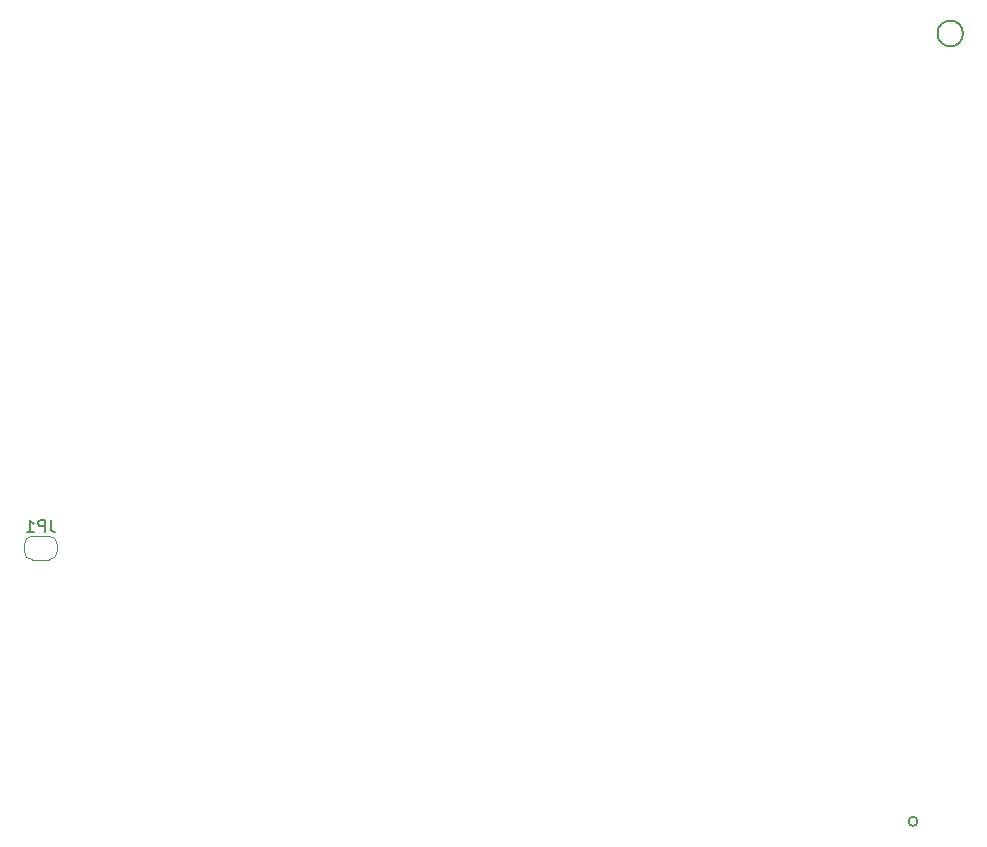
<source format=gbr>
%TF.GenerationSoftware,KiCad,Pcbnew,(5.1.9)-1*%
%TF.CreationDate,2021-05-16T21:23:40+02:00*%
%TF.ProjectId,AR2ISS_AntCTL_HW,41523249-5353-45f4-916e-7443544c5f48,rev?*%
%TF.SameCoordinates,PX2625a00PY8f0d180*%
%TF.FileFunction,Legend,Bot*%
%TF.FilePolarity,Positive*%
%FSLAX46Y46*%
G04 Gerber Fmt 4.6, Leading zero omitted, Abs format (unit mm)*
G04 Created by KiCad (PCBNEW (5.1.9)-1) date 2021-05-16 21:23:40*
%MOMM*%
%LPD*%
G01*
G04 APERTURE LIST*
%ADD10C,0.150000*%
%ADD11C,0.152400*%
%ADD12C,0.120000*%
G04 APERTURE END LIST*
D10*
%TO.C,J9*%
X153892091Y98670000D02*
G75*
G03*
X153892091Y98670000I-1082091J0D01*
G01*
D11*
%TO.C,J2*%
X150034500Y31962067D02*
G75*
G03*
X150034500Y31962067I-381000J0D01*
G01*
D12*
%TO.C,JP1*%
X76503500Y56117000D02*
X75103500Y56117000D01*
X74403500Y55417000D02*
X74403500Y54817000D01*
X75103500Y54117000D02*
X76503500Y54117000D01*
X77203500Y54817000D02*
X77203500Y55417000D01*
X75103500Y56117000D02*
G75*
G03*
X74403500Y55417000I0J-700000D01*
G01*
X74403500Y54817000D02*
G75*
G03*
X75103500Y54117000I700000J0D01*
G01*
X76503500Y54117000D02*
G75*
G03*
X77203500Y54817000I0J700000D01*
G01*
X77203500Y55417000D02*
G75*
G03*
X76503500Y56117000I-700000J0D01*
G01*
D10*
X76636833Y57464620D02*
X76636833Y56750334D01*
X76684452Y56607477D01*
X76779690Y56512239D01*
X76922547Y56464620D01*
X77017785Y56464620D01*
X76160642Y56464620D02*
X76160642Y57464620D01*
X75779690Y57464620D01*
X75684452Y57417000D01*
X75636833Y57369381D01*
X75589214Y57274143D01*
X75589214Y57131286D01*
X75636833Y57036048D01*
X75684452Y56988429D01*
X75779690Y56940810D01*
X76160642Y56940810D01*
X74636833Y56464620D02*
X75208261Y56464620D01*
X74922547Y56464620D02*
X74922547Y57464620D01*
X75017785Y57321762D01*
X75113023Y57226524D01*
X75208261Y57178905D01*
%TD*%
M02*

</source>
